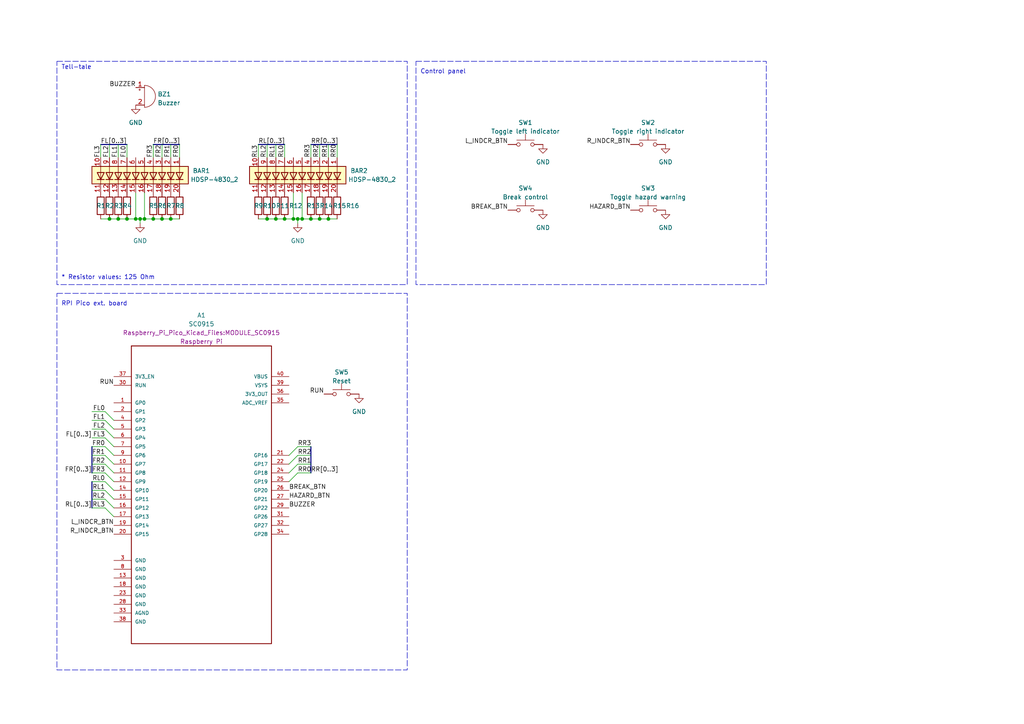
<source format=kicad_sch>
(kicad_sch (version 20230121) (generator eeschema)
  (paper "A4")
  (lib_symbols
    (symbol "Device:Buzzer" (pin_names (offset 0.0254) hide)
      (property "Reference" "BZ" (at 3.81 1.27 0))
      (property "Value" "Buzzer" (at 3.81 -1.27 0))
      (symbol "Buzzer_0_1"
        (arc (start 0 -3.175) (mid 3.1612 0) (end 0 3.175))
        (polyline (pts (xy -1.651 1.905) (xy -1.143 1.905)))
        (polyline (pts (xy -1.397 2.159) (xy -1.397 1.651)))
        (polyline (pts (xy 0 3.175) (xy 0 -3.175)))
      )
      (symbol "Buzzer_1_1"
        (pin passive line (at -2.54 2.54 0) (length 2.54) (name "-") (number "1"))
        (pin passive line (at -2.54 -2.54 0) (length 2.54) (name "+") (number "2"))
      )
    )
    (symbol "Device:R" (pin_numbers hide) (pin_names (offset 0))
      (property "Reference" "R" (at 2.032 0 90))
      (property "Value" "R" (at 0 0 90))
      (symbol "R_0_1"
        (rectangle (start -1.016 -2.54) (end 1.016 2.54) (stroke (width 0.254)))
      )
      (symbol "R_1_1"
        (pin passive line (at 0 3.81 270) (length 1.27) (name "~") (number "1"))
        (pin passive line (at 0 -3.81 90) (length 1.27) (name "~") (number "2"))
      )
    )
    (symbol "LED:HDSP-4830_2" (pin_names (offset 1.016) hide)
      (property "Reference" "BAR" (at 0 15.24 0))
      (property "Value" "HDSP-4830_2" (at 0 -17.78 0))
      (symbol "HDSP-4830_2_0_1"
        (rectangle (start -2.54 12.7) (end 2.54 -15.24) (stroke (width 0.254)) (fill (type background)))
        (polyline (pts (xy -2.54 -12.7) (xy 2.54 -12.7)))
        (polyline (pts (xy -2.54 -10.16) (xy 2.54 -10.16)))
        (polyline (pts (xy -2.54 -7.62) (xy 2.54 -7.62)))
        (polyline (pts (xy -2.54 -5.08) (xy 2.54 -5.08)))
        (polyline (pts (xy -2.54 0) (xy 2.54 0)))
        (polyline (pts (xy -2.54 5.08) (xy 2.54 5.08)))
        (polyline (pts (xy -2.54 7.62) (xy 2.54 7.62)))
        (polyline (pts (xy -2.54 10.16) (xy 2.54 10.16)))
        (polyline (pts (xy 1.27 -11.684) (xy 1.27 -13.716)) (stroke (width 0.254)))
        (polyline (pts (xy 1.27 -9.144) (xy 1.27 -11.176)) (stroke (width 0.254)))
        (polyline (pts (xy 1.27 -6.604) (xy 1.27 -8.636)) (stroke (width 0.254)))
        (polyline (pts (xy 1.27 -4.064) (xy 1.27 -6.096)) (stroke (width 0.254)))
        (polyline (pts (xy 1.27 -1.524) (xy 1.27 -3.556)) (stroke (width 0.254)))
        (polyline (pts (xy 1.27 1.016) (xy 1.27 -1.016)) (stroke (width 0.254)))
        (polyline (pts (xy 1.27 3.556) (xy 1.27 1.524)) (stroke (width 0.254)))
        (polyline (pts (xy 1.27 6.096) (xy 1.27 4.064)) (stroke (width 0.254)))
        (polyline (pts (xy 1.27 8.636) (xy 1.27 6.604)) (stroke (width 0.254)))
        (polyline (pts (xy 1.27 11.176) (xy 1.27 9.144)) (stroke (width 0.254)))
        (polyline (pts (xy 2.54 -2.54) (xy -2.54 -2.54)))
        (polyline (pts (xy 2.54 2.54) (xy -2.54 2.54)))
        (polyline (pts (xy -0.762 -11.684) (xy -0.762 -13.716) (xy 1.27 -12.7) (xy -0.762 -11.684)) (stroke (width 0.254)))
        (polyline (pts (xy -0.762 -9.144) (xy -0.762 -11.176) (xy 1.27 -10.16) (xy -0.762 -9.144)) (stroke (width 0.254)))
        (polyline (pts (xy -0.762 -6.604) (xy -0.762 -8.636) (xy 1.27 -7.62) (xy -0.762 -6.604)) (stroke (width 0.254)))
        (polyline (pts (xy -0.762 -4.064) (xy -0.762 -6.096) (xy 1.27 -5.08) (xy -0.762 -4.064)) (stroke (width 0.254)))
        (polyline (pts (xy -0.762 -1.524) (xy -0.762 -3.556) (xy 1.27 -2.54) (xy -0.762 -1.524)) (stroke (width 0.254)))
        (polyline (pts (xy -0.762 1.016) (xy -0.762 -1.016) (xy 1.27 0) (xy -0.762 1.016)) (stroke (width 0.254)))
        (polyline (pts (xy -0.762 3.556) (xy -0.762 1.524) (xy 1.27 2.54) (xy -0.762 3.556)) (stroke (width 0.254)))
        (polyline (pts (xy -0.762 6.096) (xy -0.762 4.064) (xy 1.27 5.08) (xy -0.762 6.096)) (stroke (width 0.254)))
        (polyline (pts (xy -0.762 8.636) (xy -0.762 6.604) (xy 1.27 7.62) (xy -0.762 8.636)) (stroke (width 0.254)))
        (polyline (pts (xy -0.762 11.176) (xy -0.762 9.144) (xy 1.27 10.16) (xy -0.762 11.176)) (stroke (width 0.254)))
      )
      (symbol "HDSP-4830_2_1_1"
        (pin passive line (at -5.08 10.16 0) (length 2.54) (name "A") (number "1"))
        (pin passive line (at -5.08 -12.7 0) (length 2.54) (name "A") (number "10"))
        (pin passive line (at 5.08 -12.7 180) (length 2.54) (name "K") (number "11"))
        (pin passive line (at 5.08 -10.16 180) (length 2.54) (name "K") (number "12"))
        (pin passive line (at 5.08 -7.62 180) (length 2.54) (name "K") (number "13"))
        (pin passive line (at 5.08 -5.08 180) (length 2.54) (name "K") (number "14"))
        (pin passive line (at 5.08 -2.54 180) (length 2.54) (name "K") (number "15"))
        (pin passive line (at 5.08 0 180) (length 2.54) (name "K") (number "16"))
        (pin passive line (at 5.08 2.54 180) (length 2.54) (name "K") (number "17"))
        (pin passive line (at 5.08 5.08 180) (length 2.54) (name "K") (number "18"))
        (pin passive line (at 5.08 7.62 180) (length 2.54) (name "K") (number "19"))
        (pin passive line (at -5.08 7.62 0) (length 2.54) (name "A") (number "2"))
        (pin passive line (at 5.08 10.16 180) (length 2.54) (name "K") (number "20"))
        (pin passive line (at -5.08 5.08 0) (length 2.54) (name "A") (number "3"))
        (pin passive line (at -5.08 2.54 0) (length 2.54) (name "A") (number "4"))
        (pin passive line (at -5.08 0 0) (length 2.54) (name "A") (number "5"))
        (pin passive line (at -5.08 -2.54 0) (length 2.54) (name "A") (number "6"))
        (pin passive line (at -5.08 -5.08 0) (length 2.54) (name "A") (number "7"))
        (pin passive line (at -5.08 -7.62 0) (length 2.54) (name "A") (number "8"))
        (pin passive line (at -5.08 -10.16 0) (length 2.54) (name "A") (number "9"))
      )
    )
    (symbol "Raspberry_Pi_Pico_SC0915:SC0915" (pin_names (offset 1.016))
      (property "Reference" "A1" (at 0 50.8 0))
      (property "Value" "SC0915" (at 0 48.26 0))
      (property "Footprint" "RaspberryPi:MODULE_SC0915" (at -12.7 -46.99 0))
      (property "manufacturer" "Raspberry Pi" (at 0 45.72 0))
      (symbol "SC0915_0_0"
        (rectangle (start -20.32 -43.18) (end 20.32 43.18) (stroke (width 0.254)))
        (pin bidirectional line (at -25.4 26.67 0) (length 5.08) (name "GP0") (number "1"))
        (pin bidirectional line (at -25.4 8.89 0) (length 5.08) (name "GP7") (number "10"))
        (pin bidirectional line (at -25.4 6.35 0) (length 5.08) (name "GP8") (number "11"))
        (pin bidirectional line (at -25.4 3.81 0) (length 5.08) (name "GP9") (number "12"))
        (pin power_in line (at -25.4 -24.13 0) (length 5.08) (name "GND") (number "13"))
        (pin bidirectional line (at -25.4 1.27 0) (length 5.08) (name "GP10") (number "14"))
        (pin bidirectional line (at -25.4 -1.27 0) (length 5.08) (name "GP11") (number "15"))
        (pin bidirectional line (at -25.4 -3.81 0) (length 5.08) (name "GP12") (number "16"))
        (pin bidirectional line (at -25.4 -6.35 0) (length 5.08) (name "GP13") (number "17"))
        (pin power_in line (at -25.4 -26.67 0) (length 5.08) (name "GND") (number "18"))
        (pin bidirectional line (at -25.4 -8.89 0) (length 5.08) (name "GP14") (number "19"))
        (pin bidirectional line (at -25.4 24.13 0) (length 5.08) (name "GP1") (number "2"))
        (pin bidirectional line (at -25.4 -11.43 0) (length 5.08) (name "GP15") (number "20"))
        (pin bidirectional line (at 25.4 11.43 180) (length 5.08) (name "GP16") (number "21"))
        (pin bidirectional line (at 25.4 8.89 180) (length 5.08) (name "GP17") (number "22"))
        (pin power_in line (at -25.4 -29.21 0) (length 5.08) (name "GND") (number "23"))
        (pin bidirectional line (at 25.4 6.35 180) (length 5.08) (name "GP18") (number "24"))
        (pin bidirectional line (at 25.4 3.81 180) (length 5.08) (name "GP19") (number "25"))
        (pin bidirectional line (at 25.4 1.27 180) (length 5.08) (name "GP20") (number "26"))
        (pin bidirectional line (at 25.4 -1.27 180) (length 5.08) (name "GP21") (number "27"))
        (pin power_in line (at -25.4 -31.75 0) (length 5.08) (name "GND") (number "28"))
        (pin bidirectional line (at 25.4 -3.81 180) (length 5.08) (name "GP22") (number "29"))
        (pin power_in line (at -25.4 -19.05 0) (length 5.08) (name "GND") (number "3"))
        (pin input line (at -25.4 31.75 0) (length 5.08) (name "RUN") (number "30"))
        (pin bidirectional line (at 25.4 -6.35 180) (length 5.08) (name "GP26") (number "31"))
        (pin bidirectional line (at 25.4 -8.89 180) (length 5.08) (name "GP27") (number "32"))
        (pin power_in line (at -25.4 -34.29 0) (length 5.08) (name "AGND") (number "33"))
        (pin bidirectional line (at 25.4 -11.43 180) (length 5.08) (name "GP28") (number "34"))
        (pin power_in line (at 25.4 26.67 180) (length 5.08) (name "ADC_VREF") (number "35"))
        (pin power_in line (at 25.4 29.21 180) (length 5.08) (name "3V3_OUT") (number "36"))
        (pin input line (at -25.4 34.29 0) (length 5.08) (name "3V3_EN") (number "37"))
        (pin power_in line (at -25.4 -36.83 0) (length 5.08) (name "GND") (number "38"))
        (pin free line (at 25.4 31.75 180) (length 5.08) (name "VSYS") (number "39"))
        (pin bidirectional line (at -25.4 21.59 0) (length 5.08) (name "GP2") (number "4"))
        (pin free line (at 25.4 34.29 180) (length 5.08) (name "VBUS") (number "40"))
        (pin bidirectional line (at -25.4 19.05 0) (length 5.08) (name "GP3") (number "5"))
        (pin bidirectional line (at -25.4 16.51 0) (length 5.08) (name "GP4") (number "6"))
        (pin bidirectional line (at -25.4 13.97 0) (length 5.08) (name "GP5") (number "7"))
        (pin power_in line (at -25.4 -21.59 0) (length 5.08) (name "GND") (number "8"))
        (pin bidirectional line (at -25.4 11.43 0) (length 5.08) (name "GP6") (number "9"))
      )
    )
    (symbol "Switch:SW_Push" (pin_numbers hide) (pin_names (offset 1.016) hide)
      (property "Reference" "SW" (at 1.27 2.54 0))
      (property "Value" "SW_Push" (at 0 -1.524 0))
      (symbol "SW_Push_0_1"
        (circle (center -2.032 0) (radius 0.508))
        (polyline (pts (xy 0 1.27) (xy 0 3.048)))
        (polyline (pts (xy 2.54 1.27) (xy -2.54 1.27)))
        (circle (center 2.032 0) (radius 0.508))
        (pin passive line (at -5.08 0 0) (length 2.54) (name "1") (number "1"))
        (pin passive line (at 5.08 0 180) (length 2.54) (name "2") (number "2"))
      )
    )
    (symbol "power:GND" (power) (pin_names (offset 0))
      (property "Value" "GND" (at 0 -3.81 0))
      (symbol "GND_0_1"
        (polyline (pts (xy 0 0) (xy 0 -1.27) (xy 1.27 -1.27) (xy 0 -2.54) (xy -1.27 -1.27) (xy 0 -1.27)))
      )
      (symbol "GND_1_1"
        (pin power_in line (at 0 0 270) (length 0) hide (name "GND") (number "1"))
      )
    )
  )
  (junction (at 40.64 63.5))
  (junction (at 90.17 63.5))
  (junction (at 49.53 63.5))
  (junction (at 80.01 63.5))
  (junction (at 41.91 63.5))
  (junction (at 92.71 63.5))
  (junction (at 86.36 63.5))
  (junction (at 85.09 63.5))
  (junction (at 44.45 63.5))
  (junction (at 34.29 63.5))
  (junction (at 31.75 63.5))
  (junction (at 95.25 63.5))
  (junction (at 36.83 63.5))
  (junction (at 77.47 63.5))
  (junction (at 82.55 63.5))
  (junction (at 87.63 63.5))
  (junction (at 39.37 63.5))
  (junction (at 46.99 63.5))
  (bus_entry (at 33.02 132.08) (size -2.54 -2.54))
  (bus_entry (at 33.02 139.7) (size -2.54 -2.54))
  (bus_entry (at 33.02 149.86) (size -2.54 -2.54))
  (bus_entry (at 83.82 134.62) (size 2.54 -2.54))
  (bus_entry (at 33.02 134.62) (size -2.54 -2.54))
  (bus_entry (at 33.02 147.32) (size -2.54 -2.54))
  (bus_entry (at 83.82 132.08) (size 2.54 -2.54))
  (bus_entry (at 33.02 129.54) (size -2.54 -2.54))
  (bus_entry (at 33.02 137.16) (size -2.54 -2.54))
  (bus_entry (at 83.82 139.7) (size 2.54 -2.54))
  (bus_entry (at 33.02 142.24) (size -2.54 -2.54))
  (bus_entry (at 83.82 137.16) (size 2.54 -2.54))
  (bus_entry (at 33.02 127) (size -2.54 -2.54))
  (bus_entry (at 33.02 144.78) (size -2.54 -2.54))
  (bus_entry (at 33.02 121.92) (size -2.54 -2.54))
  (bus_entry (at 33.02 124.46) (size -2.54 -2.54))
  (wire (pts (xy 36.83 63.5) (xy 39.37 63.5)))
  (wire (pts (xy 41.91 55.88) (xy 41.91 63.5)))
  (bus (pts (xy 29.21 41.91) (xy 36.83 41.91)))
  (wire (pts (xy 87.63 55.88) (xy 87.63 63.5)))
  (wire (pts (xy 31.75 63.5) (xy 34.29 63.5)))
  (wire (pts (xy 87.63 63.5) (xy 90.17 63.5)))
  (wire (pts (xy 80.01 41.91) (xy 80.01 45.72)))
  (wire (pts (xy 90.17 63.5) (xy 92.71 63.5)))
  (wire (pts (xy 86.36 137.16) (xy 90.17 137.16)))
  (wire (pts (xy 40.64 63.5) (xy 41.91 63.5)))
  (wire (pts (xy 92.71 63.5) (xy 95.25 63.5)))
  (wire (pts (xy 46.99 63.5) (xy 44.45 63.5)))
  (bus (pts (xy 26.67 129.54) (xy 26.67 137.16)))
  (wire (pts (xy 26.67 129.54) (xy 30.48 129.54)))
  (wire (pts (xy 86.36 134.62) (xy 90.17 134.62)))
  (wire (pts (xy 26.67 142.24) (xy 30.48 142.24)))
  (wire (pts (xy 74.93 41.91) (xy 74.93 45.72)))
  (wire (pts (xy 26.67 132.08) (xy 30.48 132.08)))
  (wire (pts (xy 26.67 147.32) (xy 30.48 147.32)))
  (wire (pts (xy 90.17 41.91) (xy 90.17 45.72)))
  (wire (pts (xy 34.29 63.5) (xy 36.83 63.5)))
  (wire (pts (xy 26.67 144.78) (xy 30.48 144.78)))
  (wire (pts (xy 40.64 63.5) (xy 40.64 64.77)))
  (wire (pts (xy 86.36 132.08) (xy 90.17 132.08)))
  (wire (pts (xy 26.67 137.16) (xy 30.48 137.16)))
  (wire (pts (xy 95.25 63.5) (xy 97.79 63.5)))
  (wire (pts (xy 26.67 139.7) (xy 30.48 139.7)))
  (wire (pts (xy 29.21 63.5) (xy 31.75 63.5)))
  (bus (pts (xy 74.93 41.91) (xy 82.55 41.91)))
  (wire (pts (xy 29.21 41.91) (xy 29.21 45.72)))
  (wire (pts (xy 26.67 119.38) (xy 30.48 119.38)))
  (wire (pts (xy 49.53 63.5) (xy 46.99 63.5)))
  (wire (pts (xy 77.47 63.5) (xy 80.01 63.5)))
  (wire (pts (xy 74.93 63.5) (xy 77.47 63.5)))
  (wire (pts (xy 36.83 41.91) (xy 36.83 45.72)))
  (wire (pts (xy 92.71 41.91) (xy 92.71 45.72)))
  (wire (pts (xy 26.67 127) (xy 30.48 127)))
  (wire (pts (xy 26.67 121.92) (xy 30.48 121.92)))
  (wire (pts (xy 85.09 63.5) (xy 86.36 63.5)))
  (wire (pts (xy 86.36 129.54) (xy 90.17 129.54)))
  (wire (pts (xy 52.07 41.91) (xy 52.07 45.72)))
  (wire (pts (xy 86.36 63.5) (xy 86.36 64.77)))
  (wire (pts (xy 82.55 41.91) (xy 82.55 45.72)))
  (wire (pts (xy 44.45 41.91) (xy 44.45 45.72)))
  (bus (pts (xy 90.17 129.54) (xy 90.17 137.16)))
  (wire (pts (xy 26.67 134.62) (xy 30.48 134.62)))
  (wire (pts (xy 26.67 124.46) (xy 30.48 124.46)))
  (bus (pts (xy 26.67 139.7) (xy 26.67 147.32)))
  (wire (pts (xy 39.37 55.88) (xy 39.37 63.5)))
  (wire (pts (xy 82.55 63.5) (xy 85.09 63.5)))
  (wire (pts (xy 41.91 63.5) (xy 44.45 63.5)))
  (wire (pts (xy 85.09 55.88) (xy 85.09 63.5)))
  (wire (pts (xy 52.07 63.5) (xy 49.53 63.5)))
  (bus (pts (xy 44.45 41.91) (xy 52.07 41.91)))
  (wire (pts (xy 31.75 41.91) (xy 31.75 45.72)))
  (wire (pts (xy 80.01 63.5) (xy 82.55 63.5)))
  (wire (pts (xy 95.25 41.91) (xy 95.25 45.72)))
  (wire (pts (xy 46.99 41.91) (xy 46.99 45.72)))
  (wire (pts (xy 34.29 41.91) (xy 34.29 45.72)))
  (wire (pts (xy 39.37 63.5) (xy 40.64 63.5)))
  (wire (pts (xy 86.36 63.5) (xy 87.63 63.5)))
  (bus (pts (xy 90.17 41.91) (xy 97.79 41.91)))
  (wire (pts (xy 49.53 41.91) (xy 49.53 45.72)))
  (wire (pts (xy 77.47 41.91) (xy 77.47 45.72)))
  (wire (pts (xy 97.79 41.91) (xy 97.79 45.72)))
  (rectangle (start 120.65 17.78) (end 222.25 82.55) (stroke (width 0) (type dash)))
  (rectangle (start 16.51 17.78) (end 118.11 82.55) (stroke (width 0) (type dash)))
  (rectangle (start 16.51 85.09) (end 118.11 194.31) (stroke (width 0) (type dash)))
  (text "RPI Pico ext. board" (at 17.78 88.9 0) (effects (font (size 1.27 1.27)) (justify left bottom)))
  (text "* Resistor values: 125 Ohm" (at 17.78 81.28 0) (effects (font (size 1.27 1.27)) (justify left bottom)))
  (text "Tell-tale" (at 17.78 20.32 0) (effects (font (size 1.27 1.27)) (justify left bottom)))
  (text "Control panel\n" (at 121.92 21.59 0) (effects (font (size 1.27 1.27)) (justify left bottom)))
  (label "RR3" (at 86.36 129.54 0))
  (label "RL0" (at 30.48 139.7 180))
  (label "BREAK_BTN" (at 147.32 60.96 180))
  (label "FL0" (at 36.83 45.72 90))
  (label "RUN" (at 93.98 114.3 180))
  (label "RR3" (at 90.17 45.72 90))
  (label "FR2" (at 30.48 134.62 180))
  (label "FR3" (at 30.48 137.16 180))
  (label "R_INDCR_BTN" (at 182.88 41.91 180))
  (label "BREAK_BTN" (at 83.82 142.24 0))
  (label "FL1" (at 30.48 121.92 180))
  (label "FR3" (at 44.45 45.72 90))
  (label "RR[0..3]" (at 90.17 137.16 0))
  (label "RR[0..3]" (at 90.17 41.91 0))
  (label "BUZZER" (at 39.37 25.4 180))
  (label "RL2" (at 30.48 144.78 180))
  (label "RR1" (at 86.36 134.62 0))
  (label "FL1" (at 34.29 45.72 90))
  (label "FL[0..3]" (at 29.21 41.91 0))
  (label "RR2" (at 92.71 45.72 90))
  (label "RL0" (at 82.55 45.72 90))
  (label "FL[0..3]" (at 26.67 127 180))
  (label "HAZARD_BTN" (at 182.88 60.96 180))
  (label "FR0" (at 30.48 129.54 180))
  (label "FR0" (at 52.07 45.72 90))
  (label "FR1" (at 30.48 132.08 180))
  (label "RL1" (at 30.48 142.24 180))
  (label "FR[0..3]" (at 26.67 137.16 180))
  (label "FR1" (at 49.53 45.72 90))
  (label "FL3" (at 30.48 127 180))
  (label "FL2" (at 30.48 124.46 180))
  (label "RL2" (at 77.47 45.72 90))
  (label "RL3" (at 30.48 147.32 180))
  (label "RL3" (at 74.93 45.72 90))
  (label "R_INDCR_BTN" (at 33.02 154.94 180))
  (label "RR0" (at 86.36 137.16 0))
  (label "RL1" (at 80.01 45.72 90))
  (label "RL[0..3]" (at 74.93 41.91 0))
  (label "FL3" (at 29.21 45.72 90))
  (label "RR0" (at 97.79 45.72 90))
  (label "L_INDCR_BTN" (at 147.32 41.91 180))
  (label "FL0" (at 30.48 119.38 180))
  (label "RR2" (at 86.36 132.08 0))
  (label "HAZARD_BTN" (at 83.82 144.78 0))
  (label "FR[0..3]" (at 44.45 41.91 0))
  (label "FL2" (at 31.75 45.72 90))
  (label "RUN" (at 33.02 111.76 180))
  (label "L_INDCR_BTN" (at 33.02 152.4 180))
  (label "RR1" (at 95.25 45.72 90))
  (label "RL[0..3]" (at 26.67 147.32 180))
  (label "BUZZER" (at 83.82 147.32 0))
  (label "FR2" (at 46.99 45.72 90))
  (symbol (lib_id "Device:R") (at 52.07 59.69 0) (unit 1)
    (property "Reference" "R8" (at 50.8 59.69 0) (effects (justify left)))
    (property "Value" "125" (effects hide))
    (property "Footprint" "Resistor_SMD:R_0805_2012Metric_Pad1.20x1.40mm_HandSolder" (effects hide))
  )
  (symbol (lib_id "Device:R") (at 36.83 59.69 0) (unit 1)
    (property "Reference" "R4" (at 35.56 59.69 0) (effects (justify left)))
    (property "Value" "125" (effects hide))
    (property "Footprint" "Resistor_SMD:R_0805_2012Metric_Pad1.20x1.40mm_HandSolder" (effects hide))
  )
  (symbol (lib_id "Device:R") (at 82.55 59.69 0) (unit 1)
    (property "Reference" "R12" (at 83.82 59.69 0) (effects (justify left)))
    (property "Value" "125" (effects hide))
    (property "Footprint" "Resistor_SMD:R_0805_2012Metric_Pad1.20x1.40mm_HandSolder" (effects hide))
  )
  (symbol (lib_id "Device:R") (at 90.17 59.69 0) (unit 1)
    (property "Reference" "R13" (at 88.9 59.69 0) (effects (justify left)))
    (property "Value" "125" (effects hide))
    (property "Footprint" "Resistor_SMD:R_0805_2012Metric_Pad1.20x1.40mm_HandSolder" (effects hide))
  )
  (symbol (lib_id "power:GND") (at 157.48 41.91 0) (unit 1)
    (property "Reference" "#PWR03" (effects hide))
    (property "Value" "GND" (at 157.48 46.99 0))
  )
  (symbol (lib_id "power:GND") (at 157.48 60.96 0) (unit 1)
    (property "Reference" "#PWR05" (effects hide))
    (property "Value" "GND" (at 157.48 66.04 0))
  )
  (symbol (lib_id "Switch:SW_Push") (at 99.06 114.3 0) (unit 1)
    (property "Reference" "SW5" (at 99.06 107.95 0))
    (property "Value" "Reset" (at 99.06 110.49 0))
    (property "Footprint" "Button_Switch_THT:SW_PUSH_6mm_H5mm" (effects hide))
  )
  (symbol (lib_id "Switch:SW_Push") (at 152.4 60.96 0) (unit 1)
    (property "Reference" "SW4" (at 152.4 54.61 0))
    (property "Value" "Break control" (at 152.4 57.15 0))
    (property "Footprint" "Button_Switch_THT:SW_PUSH_6mm_H5mm" (effects hide))
  )
  (symbol (lib_id "Device:R") (at 34.29 59.69 0) (unit 1)
    (property "Reference" "R3" (at 33.02 59.69 0) (effects (justify left)))
    (property "Value" "125" (effects hide))
    (property "Footprint" "Resistor_SMD:R_0805_2012Metric_Pad1.20x1.40mm_HandSolder" (effects hide))
  )
  (symbol (lib_id "Device:R") (at 29.21 59.69 0) (unit 1)
    (property "Reference" "R1" (at 27.94 59.69 0) (effects (justify left)))
    (property "Value" "125" (effects hide))
    (property "Footprint" "Resistor_SMD:R_0805_2012Metric_Pad1.20x1.40mm_HandSolder" (effects hide))
  )
  (symbol (lib_id "Device:R") (at 74.93 59.69 0) (unit 1)
    (property "Reference" "R9" (at 73.66 59.69 0) (effects (justify left)))
    (property "Value" "125" (effects hide))
    (property "Footprint" "Resistor_SMD:R_0805_2012Metric_Pad1.20x1.40mm_HandSolder" (effects hide))
  )
  (symbol (lib_id "power:GND") (at 193.04 60.96 0) (unit 1)
    (property "Reference" "#PWR04" (effects hide))
    (property "Value" "GND" (at 193.04 66.04 0))
  )
  (symbol (lib_id "LED:HDSP-4830_2") (at 41.91 50.8 270) (unit 1)
    (property "Reference" "BAR1" (at 58.42 49.53 90))
    (property "Value" "HDSP-4830_2" (at 62.23 52.07 90))
    (property "Footprint" "Display:HDSP-4830" (effects hide))
    (property "Datasheet" "https://docs.broadcom.com/docs/AV02-1798EN" (effects hide))
  )
  (symbol (lib_id "Device:R") (at 95.25 59.69 0) (unit 1)
    (property "Reference" "R15" (at 96.52 59.69 0) (effects (justify left)))
    (property "Value" "125" (effects hide))
    (property "Footprint" "Resistor_SMD:R_0805_2012Metric_Pad1.20x1.40mm_HandSolder" (effects hide))
  )
  (symbol (lib_id "Device:R") (at 31.75 59.69 0) (unit 1)
    (property "Reference" "R2" (at 30.48 59.69 0) (effects (justify left)))
    (property "Value" "125" (effects hide))
    (property "Footprint" "Resistor_SMD:R_0805_2012Metric_Pad1.20x1.40mm_HandSolder" (effects hide))
  )
  (symbol (lib_id "LED:HDSP-4830_2") (at 87.63 50.8 270) (unit 1)
    (property "Reference" "BAR2" (at 104.14 49.53 90))
    (property "Value" "HDSP-4830_2" (at 107.95 52.07 90))
    (property "Footprint" "Display:HDSP-4830" (effects hide))
    (property "Datasheet" "https://docs.broadcom.com/docs/AV02-1798EN" (effects hide))
  )
  (symbol (lib_id "Device:R") (at 49.53 59.69 0) (unit 1)
    (property "Reference" "R7" (at 48.26 59.69 0) (effects (justify left)))
    (property "Value" "125" (effects hide))
    (property "Footprint" "Resistor_SMD:R_0805_2012Metric_Pad1.20x1.40mm_HandSolder" (effects hide))
  )
  (symbol (lib_id "Switch:SW_Push") (at 152.4 41.91 0) (unit 1)
    (property "Reference" "SW1" (at 152.4 35.56 0))
    (property "Value" "Toggle left indicator" (at 152.4 38.1 0))
    (property "Footprint" "Button_Switch_THT:SW_PUSH_6mm_H5mm" (effects hide))
  )
  (symbol (lib_id "Switch:SW_Push") (at 187.96 60.96 0) (unit 1)
    (property "Reference" "SW3" (at 187.96 54.61 0))
    (property "Value" "Toggle hazard warning" (at 187.96 57.15 0))
    (property "Footprint" "Button_Switch_THT:SW_PUSH_6mm_H5mm" (effects hide))
  )
  (symbol (lib_id "Raspberry_Pi_Pico_SC0915:SC0915") (at 58.42 143.51 0) (unit 1)
    (property "Reference" "A1" (at 58.42 91.44 0))
    (property "Value" "SC0915" (at 58.42 93.98 0))
    (property "Footprint" "Raspberry_Pi_Pico_Kicad_Files:MODULE_SC0915" (at 58.42 96.52 0))
    (property "Datasheet" "https://datasheets.raspberrypi.com/pico/pico-datasheet.pdf" (effects hide))
    (property "manufacturer" "Raspberry Pi" (at 58.42 99.06 0))
    (property "P/N" "SC0915" (effects hide))
    (property "PARTREV" "1.6" (effects hide))
    (property "MAXIMUM_PACKAGE_HEIGHT" "3.73mm" (effects hide))
  )
  (symbol (lib_id "Switch:SW_Push") (at 187.96 41.91 0) (unit 1)
    (property "Reference" "SW2" (at 187.96 35.56 0))
    (property "Value" "Toggle right indicator" (at 187.96 38.1 0))
    (property "Footprint" "Button_Switch_THT:SW_PUSH_6mm_H5mm" (effects hide))
  )
  (symbol (lib_id "Device:R") (at 44.45 59.69 0) (unit 1)
    (property "Reference" "R5" (at 43.18 59.69 0) (effects (justify left)))
    (property "Value" "125" (effects hide))
    (property "Footprint" "Resistor_SMD:R_0805_2012Metric_Pad1.20x1.40mm_HandSolder" (effects hide))
  )
  (symbol (lib_id "power:GND") (at 39.37 30.48 0) (unit 1)
    (property "Reference" "#PWR08" (effects hide))
    (property "Value" "GND" (at 39.37 35.56 0))
  )
  (symbol (lib_id "power:GND") (at 193.04 41.91 0) (unit 1)
    (property "Reference" "#PWR06" (effects hide))
    (property "Value" "GND" (at 193.04 46.99 0))
  )
  (symbol (lib_id "Device:R") (at 92.71 59.69 0) (unit 1)
    (property "Reference" "R14" (at 92.71 59.69 0) (effects (justify left)))
    (property "Value" "125" (effects hide))
    (property "Footprint" "Resistor_SMD:R_0805_2012Metric_Pad1.20x1.40mm_HandSolder" (effects hide))
  )
  (symbol (lib_id "power:GND") (at 104.14 114.3 0) (unit 1)
    (property "Reference" "#PWR07" (effects hide))
    (property "Value" "GND" (at 104.14 119.38 0))
  )
  (symbol (lib_id "power:GND") (at 40.64 64.77 0) (unit 1)
    (property "Reference" "#PWR01" (effects hide))
    (property "Value" "GND" (at 40.64 69.85 0))
  )
  (symbol (lib_id "Device:R") (at 80.01 59.69 0) (unit 1)
    (property "Reference" "R11" (at 80.01 59.69 0) (effects (justify left)))
    (property "Value" "125" (effects hide))
    (property "Footprint" "Resistor_SMD:R_0805_2012Metric_Pad1.20x1.40mm_HandSolder" (effects hide))
  )
  (symbol (lib_id "power:GND") (at 86.36 64.77 0) (unit 1)
    (property "Reference" "#PWR02" (effects hide))
    (property "Value" "GND" (at 86.36 69.85 0))
  )
  (symbol (lib_id "Device:R") (at 77.47 59.69 0) (unit 1)
    (property "Reference" "R10" (at 76.2 59.69 0) (effects (justify left)))
    (property "Value" "125" (effects hide))
    (property "Footprint" "Resistor_SMD:R_0805_2012Metric_Pad1.20x1.40mm_HandSolder" (effects hide))
  )
  (symbol (lib_id "Device:Buzzer") (at 41.91 27.94 0) (unit 1)
    (property "Reference" "BZ1" (at 45.72 27.305 0) (effects (justify left)))
    (property "Value" "Buzzer" (at 45.72 29.845 0) (effects (justify left)))
    (property "Footprint" "Buzzer_Beeper:Buzzer_12x9.5RM7.6" (effects hide))
  )
  (symbol (lib_id "Device:R") (at 46.99 59.69 0) (unit 1)
    (property "Reference" "R6" (at 45.72 59.69 0) (effects (justify left)))
    (property "Value" "125" (effects hide))
    (property "Footprint" "Resistor_SMD:R_0805_2012Metric_Pad1.20x1.40mm_HandSolder" (effects hide))
  )
  (symbol (lib_id "Device:R") (at 97.79 59.69 0) (unit 1)
    (property "Reference" "R16" (at 100.33 59.69 0) (effects (justify left)))
    (property "Value" "125" (effects hide))
    (property "Footprint" "Resistor_SMD:R_0805_2012Metric_Pad1.20x1.40mm_HandSolder" (effects hide))
  )
)
</source>
